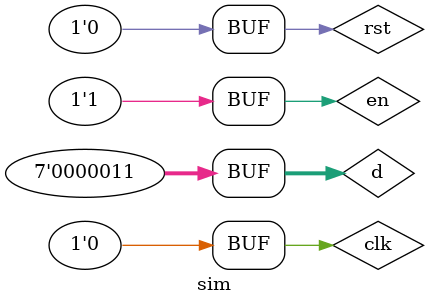
<source format=v>
`timescale 1ns / 1ps


module sim(

    );
    reg clk,rst,en;
    reg [6:0]d;
    wire [6:0]f;
    fls fls(.clk(clk),.rst(rst),.en(en),.d(d),.f(f));
   
    initial begin
    clk=0;
    repeat(100)begin
        #4 clk=~clk;
        end
    end
    
    initial begin
    rst=0;
    #3 rst=1;
    #5 rst=0;
    end
    
    initial begin
    d = 7'b0000010;
    #18 d=7'b0000011;
    end
    
    initial begin
    en=1;
    #13 en=0;
    #18 en=1;
    end
    
endmodule

</source>
